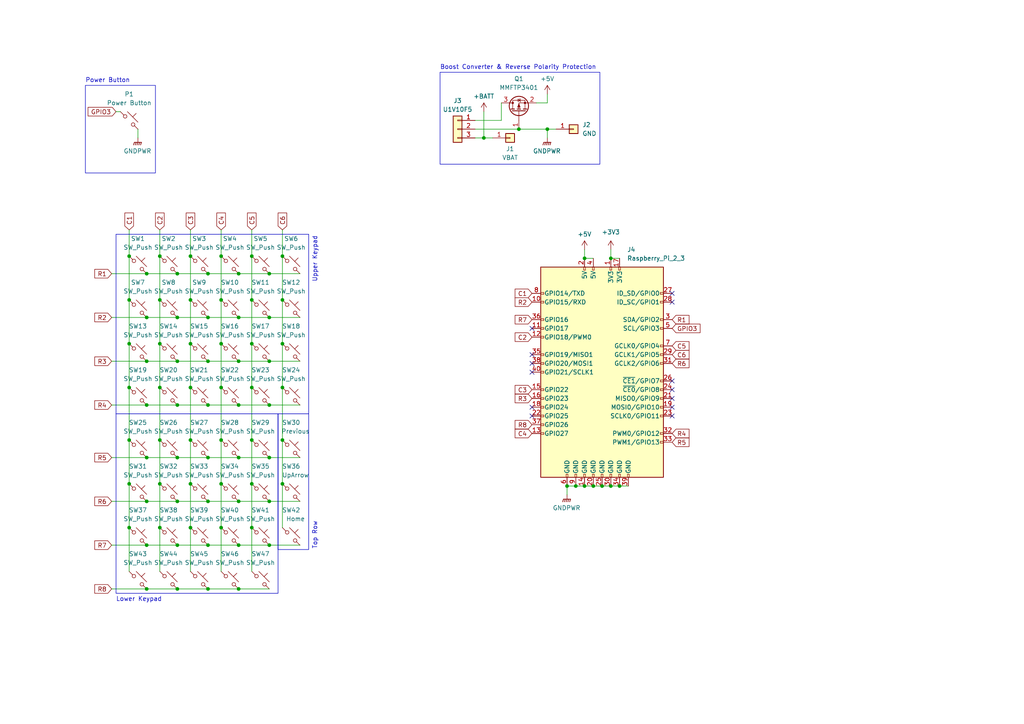
<source format=kicad_sch>
(kicad_sch (version 20230121) (generator eeschema)
  (paper "A4")
  (lib_symbols
    (symbol "Connector:Raspberry_Pi_2_3" (pin_names (offset 1.016))
      (property "Reference" "J" (at -17.78 31.75 0))
      (property "Value" "Raspberry_Pi_2_3" (at 10.16 -31.75 0))
      (symbol "Raspberry_Pi_2_3_0_1"
        (rectangle (start -17.78 30.48) (end 17.78 -30.48) (stroke (width 0.254)) (fill (type background)))
      )
      (symbol "Raspberry_Pi_2_3_1_1"
        (rectangle (start -16.891 -17.526) (end -17.78 -18.034))
        (rectangle (start -16.891 -14.986) (end -17.78 -15.494))
        (rectangle (start -16.891 -12.446) (end -17.78 -12.954))
        (rectangle (start -16.891 -9.906) (end -17.78 -10.414))
        (rectangle (start -16.891 -7.366) (end -17.78 -7.874))
        (rectangle (start -16.891 -4.826) (end -17.78 -5.334))
        (rectangle (start -16.891 0.254) (end -17.78 -0.254))
        (rectangle (start -16.891 2.794) (end -17.78 2.286))
        (rectangle (start -16.891 5.334) (end -17.78 4.826))
        (rectangle (start -16.891 10.414) (end -17.78 9.906))
        (rectangle (start -16.891 12.954) (end -17.78 12.446))
        (rectangle (start -16.891 15.494) (end -17.78 14.986))
        (rectangle (start -16.891 20.574) (end -17.78 20.066))
        (rectangle (start -16.891 23.114) (end -17.78 22.606))
        (rectangle (start -10.414 -29.591) (end -9.906 -30.48))
        (rectangle (start -7.874 -29.591) (end -7.366 -30.48))
        (rectangle (start -5.334 -29.591) (end -4.826 -30.48))
        (rectangle (start -5.334 30.48) (end -4.826 29.591))
        (rectangle (start -2.794 -29.591) (end -2.286 -30.48))
        (rectangle (start -2.794 30.48) (end -2.286 29.591))
        (rectangle (start -0.254 -29.591) (end 0.254 -30.48))
        (rectangle (start 2.286 -29.591) (end 2.794 -30.48))
        (rectangle (start 2.286 30.48) (end 2.794 29.591))
        (rectangle (start 4.826 -29.591) (end 5.334 -30.48))
        (rectangle (start 4.826 30.48) (end 5.334 29.591))
        (rectangle (start 7.366 -29.591) (end 7.874 -30.48))
        (rectangle (start 17.78 -20.066) (end 16.891 -20.574))
        (rectangle (start 17.78 -17.526) (end 16.891 -18.034))
        (rectangle (start 17.78 -12.446) (end 16.891 -12.954))
        (rectangle (start 17.78 -9.906) (end 16.891 -10.414))
        (rectangle (start 17.78 -7.366) (end 16.891 -7.874))
        (rectangle (start 17.78 -4.826) (end 16.891 -5.334))
        (rectangle (start 17.78 -2.286) (end 16.891 -2.794))
        (rectangle (start 17.78 2.794) (end 16.891 2.286))
        (rectangle (start 17.78 5.334) (end 16.891 4.826))
        (rectangle (start 17.78 7.874) (end 16.891 7.366))
        (rectangle (start 17.78 12.954) (end 16.891 12.446))
        (rectangle (start 17.78 15.494) (end 16.891 14.986))
        (rectangle (start 17.78 20.574) (end 16.891 20.066))
        (rectangle (start 17.78 23.114) (end 16.891 22.606))
        (pin power_in line (at 2.54 33.02 270) (length 2.54) (name "3V3") (number "1"))
        (pin bidirectional line (at -20.32 20.32 0) (length 2.54) (name "GPIO15/RXD") (number "10"))
        (pin bidirectional line (at -20.32 12.7 0) (length 2.54) (name "GPIO17") (number "11"))
        (pin bidirectional line (at -20.32 10.16 0) (length 2.54) (name "GPIO18/PWM0") (number "12"))
        (pin bidirectional line (at -20.32 -17.78 0) (length 2.54) (name "GPIO27") (number "13"))
        (pin power_in line (at -5.08 -33.02 90) (length 2.54) (name "GND") (number "14"))
        (pin bidirectional line (at -20.32 -5.08 0) (length 2.54) (name "GPIO22") (number "15"))
        (pin bidirectional line (at -20.32 -7.62 0) (length 2.54) (name "GPIO23") (number "16"))
        (pin power_in line (at 5.08 33.02 270) (length 2.54) (name "3V3") (number "17"))
        (pin bidirectional line (at -20.32 -10.16 0) (length 2.54) (name "GPIO24") (number "18"))
        (pin bidirectional line (at 20.32 -10.16 180) (length 2.54) (name "MOSI0/GPIO10") (number "19"))
        (pin power_in line (at -5.08 33.02 270) (length 2.54) (name "5V") (number "2"))
        (pin power_in line (at -2.54 -33.02 90) (length 2.54) (name "GND") (number "20"))
        (pin bidirectional line (at 20.32 -7.62 180) (length 2.54) (name "MISO0/GPIO9") (number "21"))
        (pin bidirectional line (at -20.32 -12.7 0) (length 2.54) (name "GPIO25") (number "22"))
        (pin bidirectional line (at 20.32 -12.7 180) (length 2.54) (name "SCLK0/GPIO11") (number "23"))
        (pin bidirectional line (at 20.32 -5.08 180) (length 2.54) (name "~{CE0}/GPIO8") (number "24"))
        (pin power_in line (at 0 -33.02 90) (length 2.54) (name "GND") (number "25"))
        (pin bidirectional line (at 20.32 -2.54 180) (length 2.54) (name "~{CE1}/GPIO7") (number "26"))
        (pin bidirectional line (at 20.32 22.86 180) (length 2.54) (name "ID_SD/GPIO0") (number "27"))
        (pin bidirectional line (at 20.32 20.32 180) (length 2.54) (name "ID_SC/GPIO1") (number "28"))
        (pin bidirectional line (at 20.32 5.08 180) (length 2.54) (name "GCLK1/GPIO5") (number "29"))
        (pin bidirectional line (at 20.32 15.24 180) (length 2.54) (name "SDA/GPIO2") (number "3"))
        (pin power_in line (at 2.54 -33.02 90) (length 2.54) (name "GND") (number "30"))
        (pin bidirectional line (at 20.32 2.54 180) (length 2.54) (name "GCLK2/GPIO6") (number "31"))
        (pin bidirectional line (at 20.32 -17.78 180) (length 2.54) (name "PWM0/GPIO12") (number "32"))
        (pin bidirectional line (at 20.32 -20.32 180) (length 2.54) (name "PWM1/GPIO13") (number "33"))
        (pin power_in line (at 5.08 -33.02 90) (length 2.54) (name "GND") (number "34"))
        (pin bidirectional line (at -20.32 5.08 0) (length 2.54) (name "GPIO19/MISO1") (number "35"))
        (pin bidirectional line (at -20.32 15.24 0) (length 2.54) (name "GPIO16") (number "36"))
        (pin bidirectional line (at -20.32 -15.24 0) (length 2.54) (name "GPIO26") (number "37"))
        (pin bidirectional line (at -20.32 2.54 0) (length 2.54) (name "GPIO20/MOSI1") (number "38"))
        (pin power_in line (at 7.62 -33.02 90) (length 2.54) (name "GND") (number "39"))
        (pin power_in line (at -2.54 33.02 270) (length 2.54) (name "5V") (number "4"))
        (pin bidirectional line (at -20.32 0 0) (length 2.54) (name "GPIO21/SCLK1") (number "40"))
        (pin bidirectional line (at 20.32 12.7 180) (length 2.54) (name "SCL/GPIO3") (number "5"))
        (pin power_in line (at -10.16 -33.02 90) (length 2.54) (name "GND") (number "6"))
        (pin bidirectional line (at 20.32 7.62 180) (length 2.54) (name "GCLK0/GPIO4") (number "7"))
        (pin bidirectional line (at -20.32 22.86 0) (length 2.54) (name "GPIO14/TXD") (number "8"))
        (pin power_in line (at -7.62 -33.02 90) (length 2.54) (name "GND") (number "9"))
      )
    )
    (symbol "Connector_Generic:Conn_01x01" (pin_names (offset 1.016) hide)
      (property "Reference" "J" (at 0 2.54 0))
      (property "Value" "Conn_01x01" (at 0 -2.54 0))
      (symbol "Conn_01x01_1_1"
        (rectangle (start -1.27 0.127) (end 0 -0.127) (stroke (width 0.1524)))
        (rectangle (start -1.27 1.27) (end 1.27 -1.27) (stroke (width 0.254)) (fill (type background)))
        (pin passive line (at -5.08 0 0) (length 3.81) (name "Pin_1") (number "1"))
      )
    )
    (symbol "Connector_Generic:Conn_01x03" (pin_names (offset 1.016) hide)
      (property "Reference" "J" (at 0 5.08 0))
      (property "Value" "Conn_01x03" (at 0 -5.08 0))
      (symbol "Conn_01x03_1_1"
        (rectangle (start -1.27 -2.413) (end 0 -2.667) (stroke (width 0.1524)))
        (rectangle (start -1.27 0.127) (end 0 -0.127) (stroke (width 0.1524)))
        (rectangle (start -1.27 2.667) (end 0 2.413) (stroke (width 0.1524)))
        (rectangle (start -1.27 3.81) (end 1.27 -3.81) (stroke (width 0.254)) (fill (type background)))
        (pin passive line (at -5.08 2.54 0) (length 3.81) (name "Pin_1") (number "1"))
        (pin passive line (at -5.08 0 0) (length 3.81) (name "Pin_2") (number "2"))
        (pin passive line (at -5.08 -2.54 0) (length 3.81) (name "Pin_3") (number "3"))
      )
    )
    (symbol "Device:Q_PMOS_GSD" (pin_names (offset 0) hide)
      (property "Reference" "Q" (at 5.08 1.27 0))
      (property "Value" "Q_PMOS_GSD" (at 5.08 -1.27 0))
      (symbol "Q_PMOS_GSD_0_1"
        (polyline (pts (xy 0.254 0) (xy -2.54 0)))
        (polyline (pts (xy 0.254 1.905) (xy 0.254 -1.905)) (stroke (width 0.254)))
        (polyline (pts (xy 0.762 -1.27) (xy 0.762 -2.286)) (stroke (width 0.254)))
        (polyline (pts (xy 0.762 0.508) (xy 0.762 -0.508)) (stroke (width 0.254)))
        (polyline (pts (xy 0.762 2.286) (xy 0.762 1.27)) (stroke (width 0.254)))
        (polyline (pts (xy 2.54 2.54) (xy 2.54 1.778)))
        (polyline (pts (xy 2.54 -2.54) (xy 2.54 0) (xy 0.762 0)))
        (polyline (pts (xy 0.762 1.778) (xy 3.302 1.778) (xy 3.302 -1.778) (xy 0.762 -1.778)))
        (polyline (pts (xy 2.286 0) (xy 1.27 0.381) (xy 1.27 -0.381) (xy 2.286 0)) (fill (type outline)))
        (polyline (pts (xy 2.794 -0.508) (xy 2.921 -0.381) (xy 3.683 -0.381) (xy 3.81 -0.254)))
        (polyline (pts (xy 3.302 -0.381) (xy 2.921 0.254) (xy 3.683 0.254) (xy 3.302 -0.381)))
        (circle (center 1.651 0) (radius 2.794) (stroke (width 0.254)))
        (circle (center 2.54 -1.778) (radius 0.254) (fill (type outline)))
        (circle (center 2.54 1.778) (radius 0.254) (fill (type outline)))
      )
      (symbol "Q_PMOS_GSD_1_1"
        (pin input line (at -5.08 0 0) (length 2.54) (name "G") (number "1"))
        (pin passive line (at 2.54 -5.08 90) (length 2.54) (name "S") (number "2"))
        (pin passive line (at 2.54 5.08 270) (length 2.54) (name "D") (number "3"))
      )
    )
    (symbol "Switch:SW_Push_45deg" (pin_numbers hide) (pin_names (offset 1.016) hide)
      (property "Reference" "SW" (at 3.048 1.016 0))
      (property "Value" "SW_Push_45deg" (at 0 -3.81 0))
      (symbol "SW_Push_45deg_0_1"
        (circle (center -1.1684 1.1684) (radius 0.508))
        (polyline (pts (xy -0.508 2.54) (xy 2.54 -0.508)))
        (polyline (pts (xy 1.016 1.016) (xy 2.032 2.032)))
        (polyline (pts (xy -2.54 2.54) (xy -1.524 1.524) (xy -1.524 1.524)))
        (polyline (pts (xy 1.524 -1.524) (xy 2.54 -2.54) (xy 2.54 -2.54) (xy 2.54 -2.54)))
        (circle (center 1.143 -1.1938) (radius 0.508))
        (pin passive line (at -2.54 2.54 0) (length 0) (name "1") (number "1"))
        (pin passive line (at 2.54 -2.54 180) (length 0) (name "2") (number "2"))
      )
    )
    (symbol "power:+3V3" (power) (pin_names (offset 0))
      (property "Value" "+3V3" (at 0 3.556 0))
      (symbol "+3V3_0_1"
        (polyline (pts (xy -0.762 1.27) (xy 0 2.54)))
        (polyline (pts (xy 0 0) (xy 0 2.54)))
        (polyline (pts (xy 0 2.54) (xy 0.762 1.27)))
      )
      (symbol "+3V3_1_1"
        (pin power_in line (at 0 0 90) (length 0) hide (name "+3V3") (number "1"))
      )
    )
    (symbol "power:+5V" (power) (pin_names (offset 0))
      (property "Value" "+5V" (at 0 3.556 0))
      (symbol "+5V_0_1"
        (polyline (pts (xy -0.762 1.27) (xy 0 2.54)))
        (polyline (pts (xy 0 0) (xy 0 2.54)))
        (polyline (pts (xy 0 2.54) (xy 0.762 1.27)))
      )
      (symbol "+5V_1_1"
        (pin power_in line (at 0 0 90) (length 0) hide (name "+5V") (number "1"))
      )
    )
    (symbol "power:+BATT" (power) (pin_names (offset 0))
      (property "Value" "+BATT" (at 0 3.556 0))
      (symbol "+BATT_0_1"
        (polyline (pts (xy -0.762 1.27) (xy 0 2.54)))
        (polyline (pts (xy 0 0) (xy 0 2.54)))
        (polyline (pts (xy 0 2.54) (xy 0.762 1.27)))
      )
      (symbol "+BATT_1_1"
        (pin power_in line (at 0 0 90) (length 0) hide (name "+BATT") (number "1"))
      )
    )
    (symbol "power:GNDPWR" (power) (pin_names (offset 0))
      (property "Value" "GNDPWR" (at 0 -3.302 0))
      (symbol "GNDPWR_0_1"
        (polyline (pts (xy 0 -1.27) (xy 0 0)))
        (polyline (pts (xy -1.016 -1.27) (xy -1.27 -2.032) (xy -1.27 -2.032)) (stroke (width 0.2032)))
        (polyline (pts (xy -0.508 -1.27) (xy -0.762 -2.032) (xy -0.762 -2.032)) (stroke (width 0.2032)))
        (polyline (pts (xy 0 -1.27) (xy -0.254 -2.032) (xy -0.254 -2.032)) (stroke (width 0.2032)))
        (polyline (pts (xy 0.508 -1.27) (xy 0.254 -2.032) (xy 0.254 -2.032)) (stroke (width 0.2032)))
        (polyline (pts (xy 1.016 -1.27) (xy -1.016 -1.27) (xy -1.016 -1.27)) (stroke (width 0.2032)))
        (polyline (pts (xy 1.016 -1.27) (xy 0.762 -2.032) (xy 0.762 -2.032) (xy 0.762 -2.032)) (stroke (width 0.2032)))
      )
      (symbol "GNDPWR_1_1"
        (pin power_in line (at 0 0 270) (length 0) hide (name "GNDPWR") (number "1"))
      )
    )
  )
  (junction (at 51.435 79.375))
  (junction (at 73.025 153.035))
  (junction (at 64.135 127.635))
  (junction (at 73.025 112.395))
  (junction (at 179.705 140.97))
  (junction (at 73.025 99.695))
  (junction (at 37.465 74.295))
  (junction (at 51.435 145.415))
  (junction (at 81.915 140.335))
  (junction (at 60.325 117.475))
  (junction (at 42.545 132.715))
  (junction (at 158.75 37.465))
  (junction (at 46.355 140.335))
  (junction (at 51.435 92.075))
  (junction (at 78.105 79.375))
  (junction (at 81.915 74.295))
  (junction (at 60.325 104.775))
  (junction (at 46.355 112.395))
  (junction (at 60.325 132.715))
  (junction (at 64.135 140.335))
  (junction (at 73.025 127.635))
  (junction (at 60.325 145.415))
  (junction (at 169.545 74.93))
  (junction (at 150.495 37.465))
  (junction (at 73.025 86.995))
  (junction (at 55.245 112.395))
  (junction (at 164.465 140.97))
  (junction (at 55.245 86.995))
  (junction (at 81.915 99.695))
  (junction (at 172.085 140.97))
  (junction (at 81.915 112.395))
  (junction (at 78.105 145.415))
  (junction (at 69.215 158.115))
  (junction (at 69.215 117.475))
  (junction (at 55.245 127.635))
  (junction (at 64.135 74.295))
  (junction (at 174.625 140.97))
  (junction (at 55.245 74.295))
  (junction (at 177.165 74.93))
  (junction (at 46.355 74.295))
  (junction (at 73.025 140.335))
  (junction (at 60.325 79.375))
  (junction (at 69.215 132.715))
  (junction (at 78.105 104.775))
  (junction (at 37.465 86.995))
  (junction (at 177.165 140.97))
  (junction (at 55.245 140.335))
  (junction (at 37.465 153.035))
  (junction (at 69.215 79.375))
  (junction (at 46.355 153.035))
  (junction (at 46.355 86.995))
  (junction (at 42.545 79.375))
  (junction (at 69.215 104.775))
  (junction (at 37.465 127.635))
  (junction (at 78.105 92.075))
  (junction (at 42.545 104.775))
  (junction (at 42.545 92.075))
  (junction (at 60.325 92.075))
  (junction (at 169.545 140.97))
  (junction (at 37.465 112.395))
  (junction (at 64.135 112.395))
  (junction (at 51.435 170.815))
  (junction (at 37.465 99.695))
  (junction (at 64.135 99.695))
  (junction (at 78.105 117.475))
  (junction (at 78.105 158.115))
  (junction (at 73.025 74.295))
  (junction (at 64.135 86.995))
  (junction (at 42.545 145.415))
  (junction (at 46.355 99.695))
  (junction (at 51.435 117.475))
  (junction (at 46.355 127.635))
  (junction (at 60.325 158.115))
  (junction (at 81.915 127.635))
  (junction (at 167.005 140.97))
  (junction (at 37.465 140.335))
  (junction (at 69.215 170.815))
  (junction (at 51.435 104.775))
  (junction (at 51.435 158.115))
  (junction (at 60.325 170.815))
  (junction (at 55.245 153.035))
  (junction (at 78.105 132.715))
  (junction (at 69.215 92.075))
  (junction (at 140.335 40.005))
  (junction (at 42.545 158.115))
  (junction (at 69.215 145.415))
  (junction (at 42.545 170.815))
  (junction (at 64.135 153.035))
  (junction (at 42.545 117.475))
  (junction (at 55.245 99.695))
  (junction (at 81.915 86.995))
  (junction (at 51.435 132.715))
  (no_connect (at 194.945 115.57))
  (no_connect (at 194.945 85.09))
  (no_connect (at 194.945 118.11))
  (no_connect (at 154.305 102.87))
  (no_connect (at 194.945 110.49))
  (no_connect (at 194.945 87.63))
  (no_connect (at 154.305 120.65))
  (no_connect (at 154.305 105.41))
  (no_connect (at 194.945 113.03))
  (no_connect (at 154.305 118.11))
  (no_connect (at 194.945 120.65))
  (no_connect (at 154.305 107.95))
  (no_connect (at 154.305 95.25))
  (wire (pts (xy 64.135 99.695) (xy 64.135 112.395)))
  (wire (pts (xy 64.135 127.635) (xy 64.135 140.335)))
  (wire (pts (xy 32.385 132.715) (xy 42.545 132.715)))
  (wire (pts (xy 32.385 145.415) (xy 42.545 145.415)))
  (wire (pts (xy 55.245 153.035) (xy 55.245 165.735)))
  (wire (pts (xy 81.915 127.635) (xy 81.915 140.335)))
  (wire (pts (xy 164.465 140.97) (xy 164.465 143.51)))
  (wire (pts (xy 37.465 112.395) (xy 37.465 127.635)))
  (wire (pts (xy 69.215 170.815) (xy 78.105 170.815)))
  (wire (pts (xy 42.545 132.715) (xy 51.435 132.715)))
  (wire (pts (xy 33.655 32.385) (xy 34.925 32.385)))
  (wire (pts (xy 78.105 145.415) (xy 86.995 145.415)))
  (wire (pts (xy 158.75 27.305) (xy 158.75 29.845)))
  (wire (pts (xy 32.385 117.475) (xy 42.545 117.475)))
  (wire (pts (xy 69.215 104.775) (xy 78.105 104.775)))
  (wire (pts (xy 78.105 117.475) (xy 86.995 117.475)))
  (wire (pts (xy 37.465 99.695) (xy 37.465 112.395)))
  (wire (pts (xy 46.355 99.695) (xy 46.355 112.395)))
  (wire (pts (xy 158.75 37.465) (xy 158.75 40.005)))
  (wire (pts (xy 73.025 153.035) (xy 73.025 165.735)))
  (wire (pts (xy 32.385 79.375) (xy 42.545 79.375)))
  (wire (pts (xy 46.355 86.995) (xy 46.355 99.695)))
  (wire (pts (xy 81.915 86.995) (xy 81.915 99.695)))
  (wire (pts (xy 73.025 74.295) (xy 73.025 86.995)))
  (wire (pts (xy 69.215 79.375) (xy 78.105 79.375)))
  (wire (pts (xy 60.325 132.715) (xy 69.215 132.715)))
  (wire (pts (xy 51.435 79.375) (xy 60.325 79.375)))
  (wire (pts (xy 55.245 86.995) (xy 55.245 99.695)))
  (wire (pts (xy 137.795 40.005) (xy 140.335 40.005)))
  (wire (pts (xy 81.915 112.395) (xy 81.915 127.635)))
  (wire (pts (xy 73.025 127.635) (xy 73.025 140.335)))
  (wire (pts (xy 73.025 140.335) (xy 73.025 153.035)))
  (wire (pts (xy 32.385 92.075) (xy 42.545 92.075)))
  (wire (pts (xy 46.355 112.395) (xy 46.355 127.635)))
  (wire (pts (xy 64.135 140.335) (xy 64.135 153.035)))
  (wire (pts (xy 69.215 117.475) (xy 78.105 117.475)))
  (wire (pts (xy 150.495 37.465) (xy 158.75 37.465)))
  (wire (pts (xy 78.105 132.715) (xy 86.995 132.715)))
  (wire (pts (xy 78.105 92.075) (xy 86.995 92.075)))
  (wire (pts (xy 51.435 170.815) (xy 60.325 170.815)))
  (wire (pts (xy 69.215 158.115) (xy 78.105 158.115)))
  (wire (pts (xy 60.325 104.775) (xy 69.215 104.775)))
  (wire (pts (xy 55.245 74.295) (xy 55.245 86.995)))
  (wire (pts (xy 37.465 140.335) (xy 37.465 153.035)))
  (wire (pts (xy 167.005 140.97) (xy 169.545 140.97)))
  (wire (pts (xy 42.545 104.775) (xy 51.435 104.775)))
  (wire (pts (xy 81.915 66.675) (xy 81.915 74.295)))
  (wire (pts (xy 46.355 74.295) (xy 46.355 86.995)))
  (wire (pts (xy 37.465 74.295) (xy 37.465 86.995)))
  (wire (pts (xy 78.105 104.775) (xy 86.995 104.775)))
  (wire (pts (xy 172.085 140.97) (xy 174.625 140.97)))
  (wire (pts (xy 60.325 145.415) (xy 69.215 145.415)))
  (wire (pts (xy 55.245 66.675) (xy 55.245 74.295)))
  (wire (pts (xy 51.435 92.075) (xy 60.325 92.075)))
  (wire (pts (xy 42.545 117.475) (xy 51.435 117.475)))
  (wire (pts (xy 55.245 99.695) (xy 55.245 112.395)))
  (wire (pts (xy 73.025 99.695) (xy 73.025 112.395)))
  (wire (pts (xy 42.545 92.075) (xy 51.435 92.075)))
  (wire (pts (xy 164.465 140.97) (xy 167.005 140.97)))
  (wire (pts (xy 46.355 153.035) (xy 46.355 165.735)))
  (wire (pts (xy 51.435 158.115) (xy 60.325 158.115)))
  (wire (pts (xy 140.335 40.005) (xy 140.335 32.385)))
  (wire (pts (xy 60.325 158.115) (xy 69.215 158.115)))
  (wire (pts (xy 60.325 92.075) (xy 69.215 92.075)))
  (wire (pts (xy 37.465 153.035) (xy 37.465 165.735)))
  (wire (pts (xy 137.795 37.465) (xy 150.495 37.465)))
  (wire (pts (xy 174.625 140.97) (xy 177.165 140.97)))
  (wire (pts (xy 42.545 145.415) (xy 51.435 145.415)))
  (wire (pts (xy 37.465 86.995) (xy 37.465 99.695)))
  (wire (pts (xy 42.545 170.815) (xy 51.435 170.815)))
  (wire (pts (xy 46.355 66.675) (xy 46.355 74.295)))
  (wire (pts (xy 40.005 37.465) (xy 40.005 40.005)))
  (wire (pts (xy 78.105 79.375) (xy 86.995 79.375)))
  (wire (pts (xy 60.325 170.815) (xy 69.215 170.815)))
  (wire (pts (xy 51.435 145.415) (xy 60.325 145.415)))
  (wire (pts (xy 55.245 112.395) (xy 55.245 127.635)))
  (wire (pts (xy 140.335 40.005) (xy 142.875 40.005)))
  (wire (pts (xy 64.135 66.675) (xy 64.135 74.295)))
  (wire (pts (xy 169.545 140.97) (xy 172.085 140.97)))
  (wire (pts (xy 46.355 140.335) (xy 46.355 153.035)))
  (wire (pts (xy 177.165 72.39) (xy 177.165 74.93)))
  (wire (pts (xy 51.435 132.715) (xy 60.325 132.715)))
  (wire (pts (xy 177.165 140.97) (xy 179.705 140.97)))
  (wire (pts (xy 145.415 34.925) (xy 145.415 29.845)))
  (wire (pts (xy 46.355 127.635) (xy 46.355 140.335)))
  (wire (pts (xy 169.545 74.93) (xy 172.085 74.93)))
  (wire (pts (xy 179.705 140.97) (xy 182.245 140.97)))
  (wire (pts (xy 158.75 37.465) (xy 161.29 37.465)))
  (wire (pts (xy 78.105 158.115) (xy 86.995 158.115)))
  (wire (pts (xy 60.325 117.475) (xy 69.215 117.475)))
  (wire (pts (xy 51.435 117.475) (xy 60.325 117.475)))
  (wire (pts (xy 64.135 153.035) (xy 64.135 165.735)))
  (wire (pts (xy 73.025 66.675) (xy 73.025 74.295)))
  (wire (pts (xy 32.385 170.815) (xy 42.545 170.815)))
  (wire (pts (xy 81.915 140.335) (xy 81.915 153.035)))
  (wire (pts (xy 37.465 127.635) (xy 37.465 140.335)))
  (wire (pts (xy 42.545 158.115) (xy 51.435 158.115)))
  (wire (pts (xy 60.325 79.375) (xy 69.215 79.375)))
  (wire (pts (xy 37.465 66.675) (xy 37.465 74.295)))
  (wire (pts (xy 64.135 74.295) (xy 64.135 86.995)))
  (wire (pts (xy 81.915 99.695) (xy 81.915 112.395)))
  (wire (pts (xy 55.245 127.635) (xy 55.245 140.335)))
  (wire (pts (xy 155.575 29.845) (xy 158.75 29.845)))
  (wire (pts (xy 177.165 74.93) (xy 179.705 74.93)))
  (wire (pts (xy 42.545 79.375) (xy 51.435 79.375)))
  (wire (pts (xy 73.025 86.995) (xy 73.025 99.695)))
  (wire (pts (xy 64.135 112.395) (xy 64.135 127.635)))
  (wire (pts (xy 32.385 158.115) (xy 42.545 158.115)))
  (wire (pts (xy 81.915 74.295) (xy 81.915 86.995)))
  (wire (pts (xy 51.435 104.775) (xy 60.325 104.775)))
  (wire (pts (xy 169.545 72.39) (xy 169.545 74.93)))
  (wire (pts (xy 55.245 140.335) (xy 55.245 153.035)))
  (wire (pts (xy 73.025 112.395) (xy 73.025 127.635)))
  (wire (pts (xy 32.385 104.775) (xy 42.545 104.775)))
  (wire (pts (xy 69.215 92.075) (xy 78.105 92.075)))
  (wire (pts (xy 137.795 34.925) (xy 145.415 34.925)))
  (wire (pts (xy 69.215 145.415) (xy 78.105 145.415)))
  (wire (pts (xy 64.135 86.995) (xy 64.135 99.695)))
  (wire (pts (xy 69.215 132.715) (xy 78.105 132.715)))
  (rectangle (start 33.655 67.945) (end 89.535 120.015))
  (rectangle (start 80.645 120.015) (end 89.535 159.385))
  (rectangle (start 127.635 20.955) (end 173.99 47.625))
  (rectangle (start 24.765 24.765) (end 45.085 50.165))
  (rectangle (start 33.655 120.015) (end 80.645 172.085))
  (text "Top Row" (at 92.075 159.385 90) (effects (font (size 1.27 1.27)) (justify left bottom)))
  (text "Lower Keypad" (at 33.655 174.625 0) (effects (font (size 1.27 1.27)) (justify left bottom)))
  (text "Upper Keypad" (at 92.075 81.915 90) (effects (font (size 1.27 1.27)) (justify left bottom)))
  (text "Boost Converter & Reverse Polarity Protection" (at 127.635 20.32 0) (effects (font (size 1.27 1.27)) (justify left bottom)))
  (text "Power Button" (at 24.765 24.13 0) (effects (font (size 1.27 1.27)) (justify left bottom)))
  (global_label "C4" (shape input) (at 64.135 66.675 90) (property "Intersheetrefs" "${INTERSHEET_REFS}" (effects hide)))
  (global_label "C1" (shape input) (at 37.465 66.675 90) (property "Intersheetrefs" "${INTERSHEET_REFS}" (effects hide)))
  (global_label "R1" (shape input) (at 32.385 79.375 180) (property "Intersheetrefs" "${INTERSHEET_REFS}" (effects hide)))
  (global_label "R1" (shape input) (at 194.945 92.71 0) (property "Intersheetrefs" "${INTERSHEET_REFS}" (effects hide)))
  (global_label "GPIO3" (shape input) (at 194.945 95.25 0) (property "Intersheetrefs" "${INTERSHEET_REFS}" (effects hide)))
  (global_label "R5" (shape input) (at 194.945 128.27 0) (property "Intersheetrefs" "${INTERSHEET_REFS}" (effects hide)))
  (global_label "C6" (shape input) (at 194.945 102.87 0) (property "Intersheetrefs" "${INTERSHEET_REFS}" (effects hide)))
  (global_label "C2" (shape input) (at 154.305 97.79 180) (property "Intersheetrefs" "${INTERSHEET_REFS}" (effects hide)))
  (global_label "R7" (shape input) (at 32.385 158.115 180) (property "Intersheetrefs" "${INTERSHEET_REFS}" (effects hide)))
  (global_label "R8" (shape input) (at 32.385 170.815 180) (property "Intersheetrefs" "${INTERSHEET_REFS}" (effects hide)))
  (global_label "R8" (shape input) (at 154.305 123.19 180) (property "Intersheetrefs" "${INTERSHEET_REFS}" (effects hide)))
  (global_label "C6" (shape input) (at 81.915 66.675 90) (property "Intersheetrefs" "${INTERSHEET_REFS}" (effects hide)))
  (global_label "R7" (shape input) (at 154.305 92.71 180) (property "Intersheetrefs" "${INTERSHEET_REFS}" (effects hide)))
  (global_label "C1" (shape input) (at 154.305 85.09 180) (property "Intersheetrefs" "${INTERSHEET_REFS}" (effects hide)))
  (global_label "C3" (shape input) (at 154.305 113.03 180) (property "Intersheetrefs" "${INTERSHEET_REFS}" (effects hide)))
  (global_label "R4" (shape input) (at 32.385 117.475 180) (property "Intersheetrefs" "${INTERSHEET_REFS}" (effects hide)))
  (global_label "R4" (shape input) (at 194.945 125.73 0) (property "Intersheetrefs" "${INTERSHEET_REFS}" (effects hide)))
  (global_label "C5" (shape input) (at 73.025 66.675 90) (property "Intersheetrefs" "${INTERSHEET_REFS}" (effects hide)))
  (global_label "R3" (shape input) (at 154.305 115.57 180) (property "Intersheetrefs" "${INTERSHEET_REFS}" (effects hide)))
  (global_label "GPIO3" (shape input) (at 33.655 32.385 180) (property "Intersheetrefs" "${INTERSHEET_REFS}" (effects hide)))
  (global_label "R6" (shape input) (at 194.945 105.41 0) (property "Intersheetrefs" "${INTERSHEET_REFS}" (effects hide)))
  (global_label "C2" (shape input) (at 46.355 66.675 90) (property "Intersheetrefs" "${INTERSHEET_REFS}" (effects hide)))
  (global_label "C4" (shape input) (at 154.305 125.73 180) (property "Intersheetrefs" "${INTERSHEET_REFS}" (effects hide)))
  (global_label "R3" (shape input) (at 32.385 104.775 180) (property "Intersheetrefs" "${INTERSHEET_REFS}" (effects hide)))
  (global_label "R5" (shape input) (at 32.385 132.715 180) (property "Intersheetrefs" "${INTERSHEET_REFS}" (effects hide)))
  (global_label "R2" (shape input) (at 154.305 87.63 180) (property "Intersheetrefs" "${INTERSHEET_REFS}" (effects hide)))
  (global_label "R6" (shape input) (at 32.385 145.415 180) (property "Intersheetrefs" "${INTERSHEET_REFS}" (effects hide)))
  (global_label "R2" (shape input) (at 32.385 92.075 180) (property "Intersheetrefs" "${INTERSHEET_REFS}" (effects hide)))
  (global_label "C3" (shape input) (at 55.245 66.675 90) (property "Intersheetrefs" "${INTERSHEET_REFS}" (effects hide)))
  (global_label "C5" (shape input) (at 194.945 100.33 0) (property "Intersheetrefs" "${INTERSHEET_REFS}" (effects hide)))
  (symbol (lib_id "Switch:SW_Push_45deg") (at 48.895 142.875 0) (unit 1)
    (property "Reference" "SW32" (at 48.895 135.255 0))
    (property "Value" "SW_Push" (at 48.895 137.795 0))
    (property "Footprint" "fx82:RubberDome_Switch" (effects hide))
  )
  (symbol (lib_id "Switch:SW_Push_45deg") (at 40.005 155.575 0) (unit 1)
    (property "Reference" "SW37" (at 40.005 147.955 0))
    (property "Value" "SW_Push" (at 40.005 150.495 0))
    (property "Footprint" "fx82:RubberDome_Switch" (effects hide))
  )
  (symbol (lib_id "Switch:SW_Push_45deg") (at 48.895 114.935 0) (unit 1)
    (property "Reference" "SW20" (at 48.895 107.315 0))
    (property "Value" "SW_Push" (at 48.895 109.855 0))
    (property "Footprint" "fx82:RubberDome_Switch" (effects hide))
  )
  (symbol (lib_id "Switch:SW_Push_45deg") (at 84.455 102.235 0) (unit 1)
    (property "Reference" "SW18" (at 84.455 94.615 0))
    (property "Value" "SW_Push" (at 84.455 97.155 0))
    (property "Footprint" "fx82:RubberDome_Switch" (effects hide))
  )
  (symbol (lib_id "Switch:SW_Push_45deg") (at 57.785 142.875 0) (unit 1)
    (property "Reference" "SW33" (at 57.785 135.255 0))
    (property "Value" "SW_Push" (at 57.785 137.795 0))
    (property "Footprint" "fx82:RubberDome_Switch" (effects hide))
  )
  (symbol (lib_id "Device:Q_PMOS_GSD") (at 150.495 32.385 90) (unit 1)
    (property "Reference" "Q1" (at 150.495 22.86 90))
    (property "Value" "MMFTP3401" (at 150.495 25.4 90))
    (property "Footprint" "Package_TO_SOT_SMD:SOT-23_Handsoldering" (effects hide))
  )
  (symbol (lib_id "Switch:SW_Push_45deg") (at 57.785 130.175 0) (unit 1)
    (property "Reference" "SW27" (at 57.785 122.555 0))
    (property "Value" "SW_Push" (at 57.785 125.095 0))
    (property "Footprint" "fx82:RubberDome_Switch" (effects hide))
  )
  (symbol (lib_id "Switch:SW_Push_45deg") (at 37.465 34.925 0) (unit 1)
    (property "Reference" "P1" (at 37.465 27.305 0))
    (property "Value" "Power Button" (at 37.465 29.845 0))
    (property "Footprint" "fx82:RubberDome_Switch" (effects hide))
  )
  (symbol (lib_id "Switch:SW_Push_45deg") (at 84.455 114.935 0) (unit 1)
    (property "Reference" "SW24" (at 84.455 107.315 0))
    (property "Value" "SW_Push" (at 84.455 109.855 0))
    (property "Footprint" "fx82:RubberDome_Switch" (effects hide))
  )
  (symbol (lib_id "Switch:SW_Push_45deg") (at 48.895 130.175 0) (unit 1)
    (property "Reference" "SW26" (at 48.895 122.555 0))
    (property "Value" "SW_Push" (at 48.895 125.095 0))
    (property "Footprint" "fx82:RubberDome_Switch" (effects hide))
  )
  (symbol (lib_id "Switch:SW_Push_45deg") (at 48.895 102.235 0) (unit 1)
    (property "Reference" "SW14" (at 48.895 94.615 0))
    (property "Value" "SW_Push" (at 48.895 97.155 0))
    (property "Footprint" "fx82:RubberDome_Switch" (effects hide))
  )
  (symbol (lib_id "Switch:SW_Push_45deg") (at 40.005 142.875 0) (unit 1)
    (property "Reference" "SW31" (at 40.005 135.255 0))
    (property "Value" "SW_Push" (at 40.005 137.795 0))
    (property "Footprint" "fx82:RubberDome_Switch" (effects hide))
  )
  (symbol (lib_id "Switch:SW_Push_45deg") (at 40.005 102.235 0) (unit 1)
    (property "Reference" "SW13" (at 40.005 94.615 0))
    (property "Value" "SW_Push" (at 40.005 97.155 0))
    (property "Footprint" "fx82:RubberDome_Switch" (effects hide))
  )
  (symbol (lib_id "Switch:SW_Push_45deg") (at 75.565 102.235 0) (unit 1)
    (property "Reference" "SW17" (at 75.565 94.615 0))
    (property "Value" "SW_Push" (at 75.565 97.155 0))
    (property "Footprint" "fx82:RubberDome_Switch" (effects hide))
  )
  (symbol (lib_id "Switch:SW_Push_45deg") (at 48.895 76.835 0) (unit 1)
    (property "Reference" "SW2" (at 48.895 69.215 0))
    (property "Value" "SW_Push" (at 48.895 71.755 0))
    (property "Footprint" "fx82:RubberDome_Switch" (effects hide))
  )
  (symbol (lib_id "Switch:SW_Push_45deg") (at 66.675 168.275 0) (unit 1)
    (property "Reference" "SW46" (at 66.675 160.655 0))
    (property "Value" "SW_Push" (at 66.675 163.195 0))
    (property "Footprint" "fx82:RubberDome_Switch" (effects hide))
  )
  (symbol (lib_id "Switch:SW_Push_45deg") (at 66.675 102.235 0) (unit 1)
    (property "Reference" "SW16" (at 66.675 94.615 0))
    (property "Value" "SW_Push" (at 66.675 97.155 0))
    (property "Footprint" "fx82:RubberDome_Switch" (effects hide))
  )
  (symbol (lib_id "Switch:SW_Push_45deg") (at 57.785 168.275 0) (unit 1)
    (property "Reference" "SW45" (at 57.785 160.655 0))
    (property "Value" "SW_Push" (at 57.785 163.195 0))
    (property "Footprint" "fx82:RubberDome_Switch" (effects hide))
  )
  (symbol (lib_id "Connector_Generic:Conn_01x03") (at 132.715 37.465 0) (mirror y) (unit 1)
    (property "Reference" "J3" (at 132.715 29.21 0))
    (property "Value" "U1V10F5" (at 132.715 31.75 0))
    (property "Footprint" "Connector_PinHeader_2.54mm:PinHeader_1x03_P2.54mm_Vertical" (effects hide))
  )
  (symbol (lib_id "power:+5V") (at 169.545 72.39 0) (mirror y) (unit 1)
    (property "Reference" "#PWR04" (effects hide))
    (property "Value" "+5V" (at 169.545 67.945 0))
  )
  (symbol (lib_id "Switch:SW_Push_45deg") (at 84.455 155.575 0) (unit 1)
    (property "Reference" "SW42" (at 84.455 147.955 0))
    (property "Value" "Home" (at 85.725 150.495 0))
    (property "Footprint" "fx82:RubberDome_Switch_NoHole" (effects hide))
  )
  (symbol (lib_id "Switch:SW_Push_45deg") (at 40.005 89.535 0) (unit 1)
    (property "Reference" "SW7" (at 40.005 81.915 0))
    (property "Value" "SW_Push" (at 40.005 84.455 0))
    (property "Footprint" "fx82:RubberDome_Switch" (effects hide))
  )
  (symbol (lib_id "Connector_Generic:Conn_01x01") (at 166.37 37.465 0) (mirror x) (unit 1)
    (property "Reference" "J2" (at 168.91 36.195 0) (effects (justify left)))
    (property "Value" "GND" (at 168.91 38.735 0) (effects (justify left)))
    (property "Footprint" "TestPoint:TestPoint_Pad_2.0x2.0mm" (effects hide))
  )
  (symbol (lib_id "power:GNDPWR") (at 164.465 143.51 0) (unit 1)
    (property "Reference" "#PWR05" (effects hide))
    (property "Value" "GNDPWR" (at 164.338 147.32 0))
  )
  (symbol (lib_id "Switch:SW_Push_45deg") (at 75.565 168.275 0) (unit 1)
    (property "Reference" "SW47" (at 75.565 160.655 0))
    (property "Value" "SW_Push" (at 75.565 163.195 0))
    (property "Footprint" "fx82:RubberDome_Switch" (effects hide))
  )
  (symbol (lib_id "Switch:SW_Push_45deg") (at 84.455 130.175 0) (unit 1)
    (property "Reference" "SW30" (at 84.455 122.555 0))
    (property "Value" "Previous" (at 85.725 125.095 0))
    (property "Footprint" "fx82:RubberDome_Switch" (effects hide))
  )
  (symbol (lib_id "Switch:SW_Push_45deg") (at 75.565 155.575 0) (unit 1)
    (property "Reference" "SW41" (at 75.565 147.955 0))
    (property "Value" "SW_Push" (at 75.565 150.495 0))
    (property "Footprint" "fx82:RubberDome_Switch" (effects hide))
  )
  (symbol (lib_id "Switch:SW_Push_45deg") (at 40.005 76.835 0) (unit 1)
    (property "Reference" "SW1" (at 40.005 69.215 0))
    (property "Value" "SW_Push" (at 40.005 71.755 0))
    (property "Footprint" "fx82:RubberDome_Switch" (effects hide))
  )
  (symbol (lib_id "Switch:SW_Push_45deg") (at 48.895 89.535 0) (unit 1)
    (property "Reference" "SW8" (at 48.895 81.915 0))
    (property "Value" "SW_Push" (at 48.895 84.455 0))
    (property "Footprint" "fx82:RubberDome_Switch" (effects hide))
  )
  (symbol (lib_id "power:+5V") (at 158.75 27.305 0) (mirror y) (unit 1)
    (property "Reference" "#PWR02" (effects hide))
    (property "Value" "+5V" (at 158.75 22.86 0))
  )
  (symbol (lib_id "Switch:SW_Push_45deg") (at 57.785 114.935 0) (unit 1)
    (property "Reference" "SW21" (at 57.785 107.315 0))
    (property "Value" "SW_Push" (at 57.785 109.855 0))
    (property "Footprint" "fx82:RubberDome_Switch" (effects hide))
  )
  (symbol (lib_id "Switch:SW_Push_45deg") (at 75.565 142.875 0) (unit 1)
    (property "Reference" "SW35" (at 75.565 135.255 0))
    (property "Value" "SW_Push" (at 75.565 137.795 0))
    (property "Footprint" "fx82:RubberDome_Switch" (effects hide))
  )
  (symbol (lib_id "Switch:SW_Push_45deg") (at 66.675 155.575 0) (unit 1)
    (property "Reference" "SW40" (at 66.675 147.955 0))
    (property "Value" "SW_Push" (at 66.675 150.495 0))
    (property "Footprint" "fx82:RubberDome_Switch" (effects hide))
  )
  (symbol (lib_id "Switch:SW_Push_45deg") (at 66.675 130.175 0) (unit 1)
    (property "Reference" "SW28" (at 66.675 122.555 0))
    (property "Value" "SW_Push" (at 66.675 125.095 0))
    (property "Footprint" "fx82:RubberDome_Switch" (effects hide))
  )
  (symbol (lib_id "power:GNDPWR") (at 40.005 40.005 0) (unit 1)
    (property "Reference" "#PWR07" (effects hide))
    (property "Value" "GNDPWR" (at 39.878 43.815 0))
  )
  (symbol (lib_id "Connector_Generic:Conn_01x01") (at 147.955 40.005 0) (mirror x) (unit 1)
    (property "Reference" "J1" (at 147.955 43.18 0))
    (property "Value" "VBAT" (at 147.955 45.72 0))
    (property "Footprint" "TestPoint:TestPoint_Pad_2.0x2.0mm" (effects hide))
  )
  (symbol (lib_id "Switch:SW_Push_45deg") (at 57.785 102.235 0) (unit 1)
    (property "Reference" "SW15" (at 57.785 94.615 0))
    (property "Value" "SW_Push" (at 57.785 97.155 0))
    (property "Footprint" "fx82:RubberDome_Switch" (effects hide))
  )
  (symbol (lib_id "Switch:SW_Push_45deg") (at 40.005 168.275 0) (unit 1)
    (property "Reference" "SW43" (at 40.005 160.655 0))
    (property "Value" "SW_Push" (at 40.005 163.195 0))
    (property "Footprint" "fx82:RubberDome_Switch" (effects hide))
  )
  (symbol (lib_id "Switch:SW_Push_45deg") (at 66.675 114.935 0) (unit 1)
    (property "Reference" "SW22" (at 66.675 107.315 0))
    (property "Value" "SW_Push" (at 66.675 109.855 0))
    (property "Footprint" "fx82:RubberDome_Switch" (effects hide))
  )
  (symbol (lib_id "Switch:SW_Push_45deg") (at 75.565 130.175 0) (unit 1)
    (property "Reference" "SW29" (at 75.565 122.555 0))
    (property "Value" "SW_Push" (at 75.565 125.095 0))
    (property "Footprint" "fx82:RubberDome_Switch" (effects hide))
  )
  (symbol (lib_id "Connector:Raspberry_Pi_2_3") (at 174.625 107.95 0) (unit 1)
    (property "Reference" "J4" (at 181.8991 72.39 0) (effects (justify left)))
    (property "Value" "Raspberry_Pi_2_3" (at 181.8991 74.93 0) (effects (justify left)))
    (property "Footprint" "Module:Raspberry_Pi_Zero_Socketed_THT_FaceDown_MountingHoles" (effects hide))
    (property "Datasheet" "https://www.raspberrypi.org/documentation/hardware/raspberrypi/schematics/rpi_SCH_3bplus_1p0_reduced.pdf" (effects hide))
  )
  (symbol (lib_id "Switch:SW_Push_45deg") (at 75.565 76.835 0) (unit 1)
    (property "Reference" "SW5" (at 75.565 69.215 0))
    (property "Value" "SW_Push" (at 75.565 71.755 0))
    (property "Footprint" "fx82:RubberDome_Switch" (effects hide))
  )
  (symbol (lib_id "Switch:SW_Push_45deg") (at 75.565 89.535 0) (unit 1)
    (property "Reference" "SW11" (at 75.565 81.915 0))
    (property "Value" "SW_Push" (at 75.565 84.455 0))
    (property "Footprint" "fx82:RubberDome_Switch" (effects hide))
  )
  (symbol (lib_id "Switch:SW_Push_45deg") (at 66.675 76.835 0) (unit 1)
    (property "Reference" "SW4" (at 66.675 69.215 0))
    (property "Value" "SW_Push" (at 66.675 71.755 0))
    (property "Footprint" "fx82:RubberDome_Switch" (effects hide))
  )
  (symbol (lib_id "Switch:SW_Push_45deg") (at 48.895 155.575 0) (unit 1)
    (property "Reference" "SW38" (at 48.895 147.955 0))
    (property "Value" "SW_Push" (at 48.895 150.495 0))
    (property "Footprint" "fx82:RubberDome_Switch" (effects hide))
  )
  (symbol (lib_id "Switch:SW_Push_45deg") (at 75.565 114.935 0) (unit 1)
    (property "Reference" "SW23" (at 75.565 107.315 0))
    (property "Value" "SW_Push" (at 75.565 109.855 0))
    (property "Footprint" "fx82:RubberDome_Switch" (effects hide))
  )
  (symbol (lib_id "Switch:SW_Push_45deg") (at 84.455 89.535 0) (unit 1)
    (property "Reference" "SW12" (at 84.455 81.915 0))
    (property "Value" "SW_Push" (at 84.455 84.455 0))
    (property "Footprint" "fx82:RubberDome_Switch" (effects hide))
  )
  (symbol (lib_id "Switch:SW_Push_45deg") (at 57.785 89.535 0) (unit 1)
    (property "Reference" "SW9" (at 57.785 81.915 0))
    (property "Value" "SW_Push" (at 57.785 84.455 0))
    (property "Footprint" "fx82:RubberDome_Switch" (effects hide))
  )
  (symbol (lib_id "Switch:SW_Push_45deg") (at 57.785 155.575 0) (unit 1)
    (property "Reference" "SW39" (at 57.785 147.955 0))
    (property "Value" "SW_Push" (at 57.785 150.495 0))
    (property "Footprint" "fx82:RubberDome_Switch" (effects hide))
  )
  (symbol (lib_id "Switch:SW_Push_45deg") (at 40.005 130.175 0) (unit 1)
    (property "Reference" "SW25" (at 40.005 122.555 0))
    (property "Value" "SW_Push" (at 40.005 125.095 0))
    (property "Footprint" "fx82:RubberDome_Switch" (effects hide))
  )
  (symbol (lib_id "power:+BATT") (at 140.335 32.385 0) (unit 1)
    (property "Reference" "#PWR03" (effects hide))
    (property "Value" "+BATT" (at 140.335 27.94 0))
  )
  (symbol (lib_id "Switch:SW_Push_45deg") (at 48.895 168.275 0) (unit 1)
    (property "Reference" "SW44" (at 48.895 160.655 0))
    (property "Value" "SW_Push" (at 48.895 163.195 0))
    (property "Footprint" "fx82:RubberDome_Switch" (effects hide))
  )
  (symbol (lib_id "power:GNDPWR") (at 158.75 40.005 0) (unit 1)
    (property "Reference" "#PWR01" (effects hide))
    (property "Value" "GNDPWR" (at 158.623 43.815 0))
  )
  (symbol (lib_id "Switch:SW_Push_45deg") (at 66.675 142.875 0) (unit 1)
    (property "Reference" "SW34" (at 66.675 135.255 0))
    (property "Value" "SW_Push" (at 66.675 137.795 0))
    (property "Footprint" "fx82:RubberDome_Switch" (effects hide))
  )
  (symbol (lib_id "Switch:SW_Push_45deg") (at 84.455 142.875 0) (unit 1)
    (property "Reference" "SW36" (at 84.455 135.255 0))
    (property "Value" "UpArrow" (at 85.725 137.795 0))
    (property "Footprint" "fx82:RubberDome_Switch_NoHole" (effects hide))
  )
  (symbol (lib_id "Switch:SW_Push_45deg") (at 57.785 76.835 0) (unit 1)
    (property "Reference" "SW3" (at 57.785 69.215 0))
    (property "Value" "SW_Push" (at 57.785 71.755 0))
    (property "Footprint" "fx82:RubberDome_Switch" (effects hide))
  )
  (symbol (lib_id "Switch:SW_Push_45deg") (at 40.005 114.935 0) (unit 1)
    (property "Reference" "SW19" (at 40.005 107.315 0))
    (property "Value" "SW_Push" (at 40.005 109.855 0))
    (property "Footprint" "fx82:RubberDome_Switch" (effects hide))
  )
  (symbol (lib_id "Switch:SW_Push_45deg") (at 84.455 76.835 0) (unit 1)
    (property "Reference" "SW6" (at 84.455 69.215 0))
    (property "Value" "SW_Push" (at 84.455 71.755 0))
    (property "Footprint" "fx82:RubberDome_Switch" (effects hide))
  )
  (symbol (lib_id "power:+3V3") (at 177.165 72.39 0) (unit 1)
    (property "Reference" "#PWR06" (effects hide))
    (property "Value" "+3V3" (at 177.165 67.31 0))
  )
  (symbol (lib_id "Switch:SW_Push_45deg") (at 66.675 89.535 0) (unit 1)
    (property "Reference" "SW10" (at 66.675 81.915 0))
    (property "Value" "SW_Push" (at 66.675 84.455 0))
    (property "Footprint" "fx82:RubberDome_Switch" (effects hide))
  )
)
</source>
